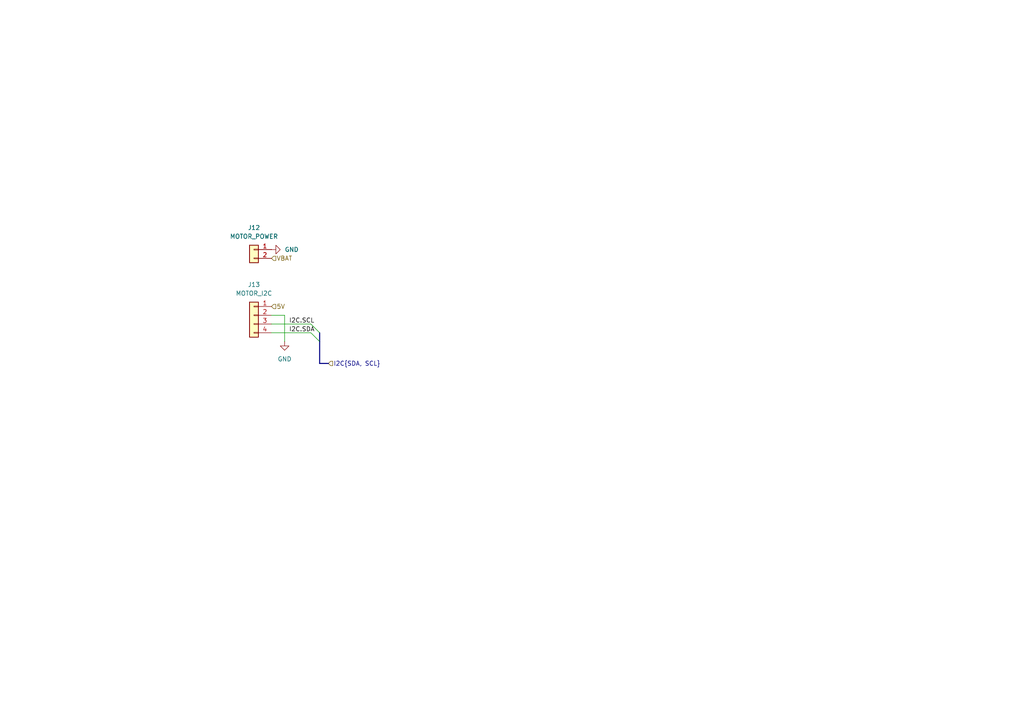
<source format=kicad_sch>
(kicad_sch (version 20231120) (generator "eeschema") (generator_version "8.0")
  (paper "A4")
  (lib_symbols
    (symbol "Connector_Generic:Conn_01x02" (pin_names (offset 1.016) hide)
      (property "Reference" "J" (at 0 2.54 0))
      (property "Value" "Conn_01x02" (at 0 -5.08 0))
      (symbol "Conn_01x02_1_1"
        (rectangle (start -1.27 -2.413) (end 0 -2.667) (stroke (width 0.1524)))
        (rectangle (start -1.27 0.127) (end 0 -0.127) (stroke (width 0.1524)))
        (rectangle (start -1.27 1.27) (end 1.27 -3.81) (stroke (width 0.254)) (fill (type background)))
        (pin passive line (at -5.08 0 0) (length 3.81) (name "Pin_1") (number "1"))
        (pin passive line (at -5.08 -2.54 0) (length 3.81) (name "Pin_2") (number "2"))
      )
    )
    (symbol "Connector_Generic:Conn_01x04" (pin_names (offset 1.016) hide)
      (property "Reference" "J" (at 0 5.08 0))
      (property "Value" "Conn_01x04" (at 0 -7.62 0))
      (symbol "Conn_01x04_1_1"
        (rectangle (start -1.27 -4.953) (end 0 -5.207) (stroke (width 0.1524)))
        (rectangle (start -1.27 -2.413) (end 0 -2.667) (stroke (width 0.1524)))
        (rectangle (start -1.27 0.127) (end 0 -0.127) (stroke (width 0.1524)))
        (rectangle (start -1.27 2.667) (end 0 2.413) (stroke (width 0.1524)))
        (rectangle (start -1.27 3.81) (end 1.27 -6.35) (stroke (width 0.254)) (fill (type background)))
        (pin passive line (at -5.08 2.54 0) (length 3.81) (name "Pin_1") (number "1"))
        (pin passive line (at -5.08 0 0) (length 3.81) (name "Pin_2") (number "2"))
        (pin passive line (at -5.08 -2.54 0) (length 3.81) (name "Pin_3") (number "3"))
        (pin passive line (at -5.08 -5.08 0) (length 3.81) (name "Pin_4") (number "4"))
      )
    )
    (symbol "power:GND" (power) (pin_numbers hide) (pin_names (offset 0) hide)
      (property "Value" "GND" (at 0 -3.81 0))
      (symbol "GND_0_1"
        (polyline (pts (xy 0 0) (xy 0 -1.27) (xy 1.27 -1.27) (xy 0 -2.54) (xy -1.27 -1.27) (xy 0 -1.27)))
      )
      (symbol "GND_1_1"
        (pin power_in line (at 0 0 270) (length 0) (name "~") (number "1"))
      )
    )
  )
  (bus_entry (at 92.71 96.52) (size -2.54 -2.54))
  (bus_entry (at 92.71 99.06) (size -2.54 -2.54))
  (bus (pts (xy 92.71 99.06) (xy 92.71 105.41)))
  (bus (pts (xy 92.71 96.52) (xy 92.71 99.06)))
  (bus (pts (xy 92.71 105.41) (xy 95.25 105.41)))
  (wire (pts (xy 82.55 91.44) (xy 82.55 99.06)))
  (wire (pts (xy 78.74 91.44) (xy 82.55 91.44)))
  (wire (pts (xy 78.74 96.52) (xy 90.17 96.52)))
  (wire (pts (xy 78.74 93.98) (xy 90.17 93.98)))
  (label "I2C.SDA" (at 83.82 96.52 0))
  (label "I2C.SCL" (at 83.82 93.98 0))
  (hierarchical_label "5V" (shape input) (at 78.74 88.9 0))
  (hierarchical_label "I2C{SDA, SCL}" (shape input) (at 95.25 105.41 0))
  (hierarchical_label "VBAT" (shape input) (at 78.74 74.93 0))
  (symbol (lib_id "Connector_Generic:Conn_01x02") (at 73.66 72.39 0) (mirror y) (unit 1)
    (property "Reference" "J3" (at 73.66 66.04 0))
    (property "Value" "MOTOR_POWER" (at 73.66 68.58 0))
    (property "Footprint" "Connector_AMASS:AMASS_XT60PW-M_1x02_P7.20mm_Horizontal" (effects (hide yes)))
    (property "Description" "Generic connector, single row, 01x02, script generated (kicad-library-utils/schlib/autogen/connector/)" (effects (hide yes)))
    (instances (project "drive" (path "" (reference "J12") (unit 1)) (path "" (reference "J10") (unit 1)) (path "" (reference "J3") (unit 1)) (path "" (reference "J7") (unit 1))))
  )
  (symbol (lib_id "power:GND") (at 82.55 99.06 0) (unit 1)
    (property "Reference" "#PWR014" (effects (hide yes)))
    (property "Value" "GND" (at 82.55 104.14 0))
    (property "Description" "Power symbol creates a global label with name \"GND\" , ground" (effects (hide yes)))
    (instances (project "drive" (path "" (reference "#PWR024") (unit 1)) (path "" (reference "#PWR022") (unit 1)) (path "" (reference "#PWR014") (unit 1)) (path "" (reference "#PWR020") (unit 1))))
  )
  (symbol (lib_id "Connector_Generic:Conn_01x04") (at 73.66 91.44 0) (mirror y) (unit 1)
    (property "Reference" "J4" (at 73.66 82.55 0))
    (property "Value" "MOTOR_I2C" (at 73.66 85.09 0))
    (property "Footprint" "SJSU_common:Pluggable_Terminal_2.54mm_4P_Vertical" (effects (hide yes)))
    (property "Description" "Generic connector, single row, 01x04, script generated (kicad-library-utils/schlib/autogen/connector/)" (effects (hide yes)))
    (instances (project "drive" (path "" (reference "J13") (unit 1)) (path "" (reference "J11") (unit 1)) (path "" (reference "J4") (unit 1)) (path "" (reference "J9") (unit 1))))
  )
  (symbol (lib_id "power:GND") (at 78.74 72.39 90) (unit 1)
    (property "Reference" "#PWR013" (effects (hide yes)))
    (property "Value" "GND" (at 82.55 72.3899 90) (effects (justify right)))
    (property "Description" "Power symbol creates a global label with name \"GND\" , ground" (effects (hide yes)))
    (instances (project "drive" (path "" (reference "#PWR023") (unit 1)) (path "" (reference "#PWR021") (unit 1)) (path "" (reference "#PWR013") (unit 1)) (path "" (reference "#PWR019") (unit 1))))
  )
)
</source>
